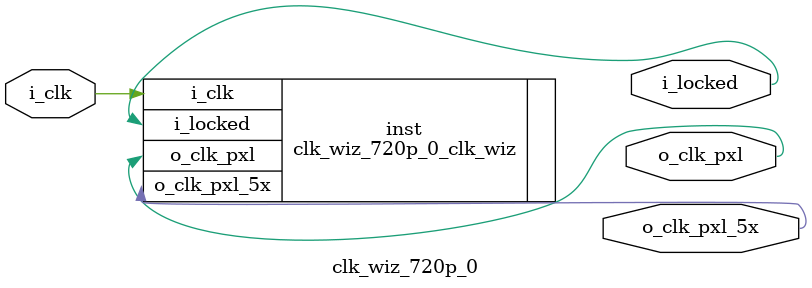
<source format=v>


`timescale 1ps/1ps

(* CORE_GENERATION_INFO = "clk_wiz_720p_0,clk_wiz_v6_0_15_0_0,{component_name=clk_wiz_720p_0,use_phase_alignment=true,use_min_o_jitter=false,use_max_i_jitter=false,use_dyn_phase_shift=false,use_inclk_switchover=false,use_dyn_reconfig=false,enable_axi=0,feedback_source=FDBK_AUTO,PRIMITIVE=PLL,num_out_clk=2,clkin1_period=8.000,clkin2_period=10.000,use_power_down=false,use_reset=false,use_locked=true,use_inclk_stopped=false,feedback_type=SINGLE,CLOCK_MGR_TYPE=NA,manual_override=false}" *)

module clk_wiz_720p_0 
 (
  // Clock out ports
  output        o_clk_pxl,
  output        o_clk_pxl_5x,
  // Status and control signals
  output        i_locked,
 // Clock in ports
  input         i_clk
 );

  clk_wiz_720p_0_clk_wiz inst
  (
  // Clock out ports  
  .o_clk_pxl(o_clk_pxl),
  .o_clk_pxl_5x(o_clk_pxl_5x),
  // Status and control signals               
  .i_locked(i_locked),
 // Clock in ports
  .i_clk(i_clk)
  );

endmodule

</source>
